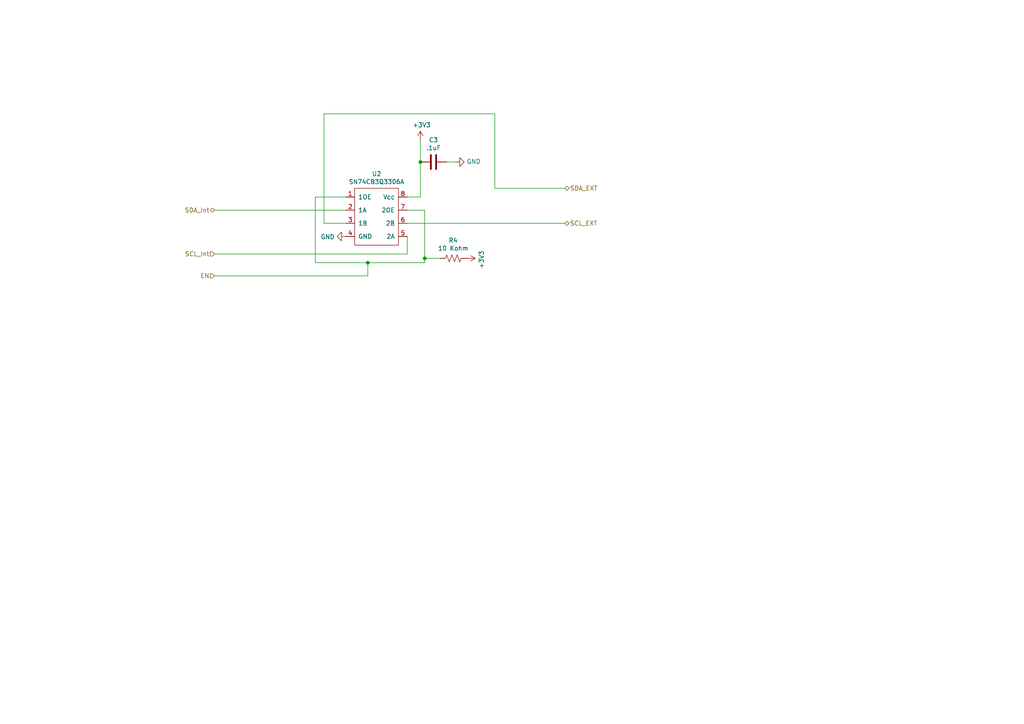
<source format=kicad_sch>
(kicad_sch (version 20211123) (generator eeschema)
  (paper "A4")
  (title_block (title "Avionics Board") (rev "A") (company "SilverSat Limited"))
  (lib_symbols
    (symbol "Device:C" (pin_numbers hide) (pin_names (offset 0.254))
      (property "Reference" "C" (at 0.635 2.54 0))
      (property "Value" "C" (at 0.635 -2.54 0))
      (symbol "C_0_1"
        (polyline (pts (xy -2.032 -0.762) (xy 2.032 -0.762)) (stroke (width 0.508)))
        (polyline (pts (xy -2.032 0.762) (xy 2.032 0.762)) (stroke (width 0.508)))
      )
      (symbol "C_1_1"
        (pin passive line (at 0 3.81 270) (length 2.794) (name "~") (number "1"))
        (pin passive line (at 0 -3.81 90) (length 2.794) (name "~") (number "2"))
      )
    )
    (symbol "Device:R_US" (pin_numbers hide) (pin_names (offset 0))
      (property "Reference" "R" (at 2.54 0 90))
      (property "Value" "R_US" (at -2.54 0 90))
      (symbol "R_US_0_1"
        (polyline (pts (xy 0 -2.286) (xy 0 -2.54)))
        (polyline (pts (xy 0 2.286) (xy 0 2.54)))
        (polyline (pts (xy 0 -0.762) (xy 1.016 -1.143) (xy 0 -1.524) (xy -1.016 -1.905) (xy 0 -2.286)))
        (polyline (pts (xy 0 0.762) (xy 1.016 0.381) (xy 0 0) (xy -1.016 -0.381) (xy 0 -0.762)))
        (polyline (pts (xy 0 2.286) (xy 1.016 1.905) (xy 0 1.524) (xy -1.016 1.143) (xy 0 0.762)))
      )
      (symbol "R_US_1_1"
        (pin passive line (at 0 3.81 270) (length 1.27) (name "~") (number "1"))
        (pin passive line (at 0 -3.81 90) (length 1.27) (name "~") (number "2"))
      )
    )
    (symbol "SilverSat_symbols:SN74CB3Q3306A" (pin_names (offset 1.016))
      (property "Reference" "U" (at 0 0 0))
      (property "Value" "SN74CB3Q3306A" (at 0 0 0))
      (symbol "SN74CB3Q3306A_0_1"
        (rectangle (start -5.08 -3.81) (end 7.62 -20.32))
      )
      (symbol "SN74CB3Q3306A_1_1"
        (pin input line (at -7.62 -6.35 0) (length 2.54) (name "1OE") (number "1"))
        (pin input line (at -7.62 -10.16 0) (length 2.54) (name "1A") (number "2"))
        (pin input line (at -7.62 -13.97 0) (length 2.54) (name "1B") (number "3"))
        (pin input line (at -7.62 -17.78 0) (length 2.54) (name "GND") (number "4"))
        (pin input line (at 10.16 -17.78 180) (length 2.54) (name "2A") (number "5"))
        (pin input line (at 10.16 -13.97 180) (length 2.54) (name "2B") (number "6"))
        (pin input line (at 10.16 -10.16 180) (length 2.54) (name "2OE") (number "7"))
        (pin input line (at 10.16 -6.35 180) (length 2.54) (name "Vcc") (number "8"))
      )
    )
    (symbol "power:+3.3V" (power) (pin_names (offset 0))
      (property "Value" "+3.3V" (at 0 3.556 0))
      (symbol "+3.3V_0_1"
        (polyline (pts (xy -0.762 1.27) (xy 0 2.54)))
        (polyline (pts (xy 0 0) (xy 0 2.54)))
        (polyline (pts (xy 0 2.54) (xy 0.762 1.27)))
      )
      (symbol "+3.3V_1_1"
        (pin power_in line (at 0 0 90) (length 0) hide (name "+3V3") (number "1"))
      )
    )
    (symbol "power:GND" (power) (pin_names (offset 0))
      (property "Value" "GND" (at 0 -3.81 0))
      (symbol "GND_0_1"
        (polyline (pts (xy 0 0) (xy 0 -1.27) (xy 1.27 -1.27) (xy 0 -2.54) (xy -1.27 -1.27) (xy 0 -1.27)))
      )
      (symbol "GND_1_1"
        (pin power_in line (at 0 0 270) (length 0) hide (name "GND") (number "1"))
      )
    )
  )
  (junction (at 106.68 76.2))
  (junction (at 121.92 46.99))
  (junction (at 123.19 74.93))
  (wire (pts (xy 143.51 33.02) (xy 143.51 54.61)))
  (wire (pts (xy 100.33 60.96) (xy 62.23 60.96)))
  (wire (pts (xy 121.92 46.99) (xy 121.92 57.15)))
  (wire (pts (xy 123.19 74.93) (xy 123.19 76.2)))
  (wire (pts (xy 121.92 57.15) (xy 118.11 57.15)))
  (wire (pts (xy 100.33 64.77) (xy 93.98 64.77)))
  (wire (pts (xy 118.11 73.66) (xy 62.23 73.66)))
  (wire (pts (xy 93.98 33.02) (xy 143.51 33.02)))
  (wire (pts (xy 91.44 57.15) (xy 91.44 76.2)))
  (wire (pts (xy 106.68 80.01) (xy 106.68 76.2)))
  (wire (pts (xy 127.635 74.93) (xy 123.19 74.93)))
  (wire (pts (xy 118.11 68.58) (xy 118.11 73.66)))
  (wire (pts (xy 91.44 76.2) (xy 106.68 76.2)))
  (wire (pts (xy 118.11 64.77) (xy 163.83 64.77)))
  (wire (pts (xy 143.51 54.61) (xy 163.83 54.61)))
  (wire (pts (xy 123.19 60.96) (xy 118.11 60.96)))
  (wire (pts (xy 123.19 60.96) (xy 123.19 74.93)))
  (wire (pts (xy 106.68 76.2) (xy 123.19 76.2)))
  (wire (pts (xy 93.98 64.77) (xy 93.98 33.02)))
  (wire (pts (xy 100.33 57.15) (xy 91.44 57.15)))
  (wire (pts (xy 132.08 46.99) (xy 129.54 46.99)))
  (wire (pts (xy 62.23 80.01) (xy 106.68 80.01)))
  (wire (pts (xy 121.92 40.64) (xy 121.92 46.99)))
  (hierarchical_label "EN" (shape input) (at 62.23 80.01 180))
  (hierarchical_label "SDA_EXT" (shape bidirectional) (at 163.83 54.61 0))
  (hierarchical_label "SDA_Int" (shape bidirectional) (at 62.23 60.96 180))
  (hierarchical_label "SCL_Int" (shape input) (at 62.23 73.66 180))
  (hierarchical_label "SCL_EXT" (shape bidirectional) (at 163.83 64.77 0))
  (symbol (lib_id "SilverSat_symbols:SN74CB3Q3306A") (at 107.95 50.8 0) (unit 1)
    (property "Reference" "U2" (at 109.22 50.419 0))
    (property "Value" "SN74CB3Q3306A" (at 109.22 52.7304 0))
  )
  (symbol (lib_id "Device:C") (at 125.73 46.99 90) (unit 1)
    (property "Reference" "C3" (at 125.73 40.5892 90))
    (property "Value" ".1uF" (at 125.73 42.9006 90))
  )
  (symbol (lib_id "power:+3.3V") (at 121.92 40.64 0) (unit 1)
    (property "Reference" "#PWR07" (effects hide))
    (property "Value" "+3.3V" (at 122.301 36.2458 0))
  )
  (symbol (lib_id "power:GND") (at 132.08 46.99 90) (unit 1)
    (property "Reference" "#PWR08" (effects hide))
    (property "Value" "GND" (at 135.3312 46.863 90) (effects (justify right)))
  )
  (symbol (lib_id "power:GND") (at 100.33 68.58 270) (unit 1)
    (property "Reference" "#PWR06" (effects hide))
    (property "Value" "GND" (at 97.0788 68.707 90) (effects (justify right)))
  )
  (symbol (lib_id "Device:R_US") (at 131.445 74.93 270) (unit 1)
    (property "Reference" "R4" (at 131.445 69.723 90))
    (property "Value" "10 Kohm" (at 131.445 72.0344 90))
  )
  (symbol (lib_id "power:+3.3V") (at 135.255 74.93 270) (unit 1)
    (property "Reference" "#PWR09" (effects hide))
    (property "Value" "+3.3V" (at 139.6492 75.311 0))
  )
)
</source>
